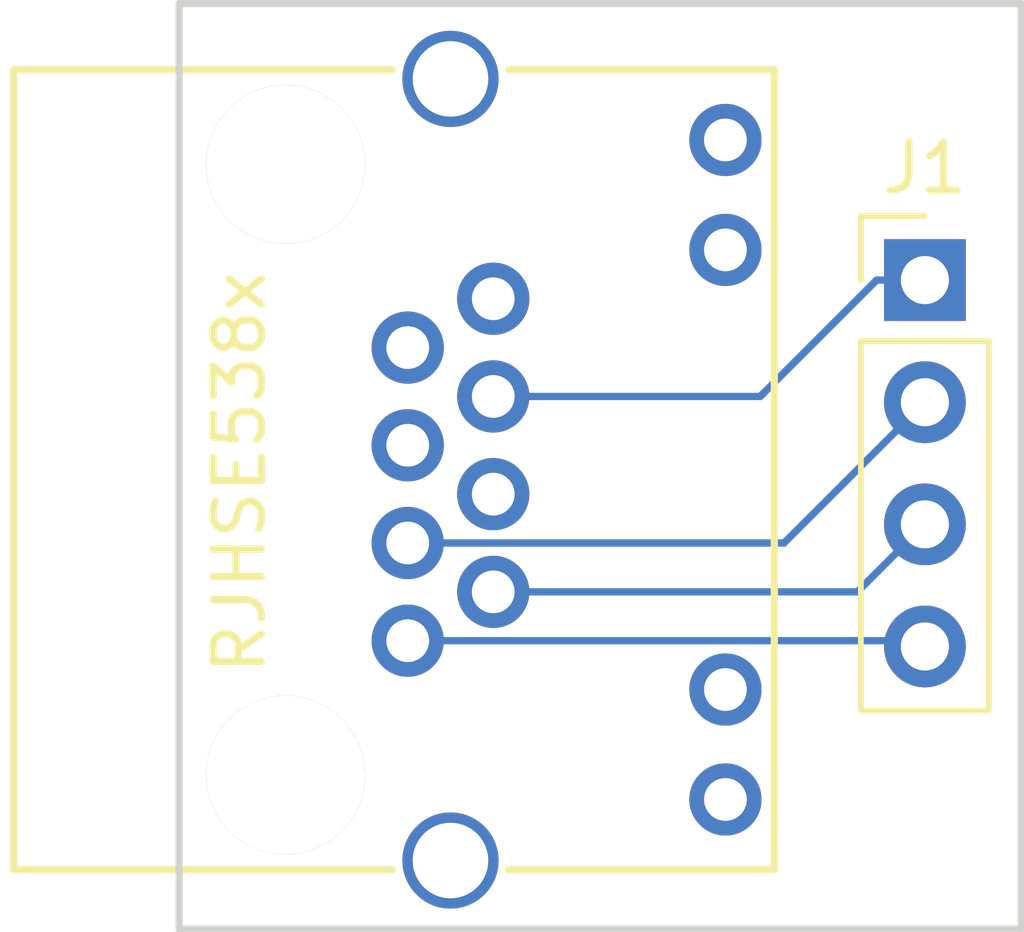
<source format=kicad_pcb>
(kicad_pcb (version 4) (host pcbnew 4.0.7)

  (general
    (links 4)
    (no_connects 0)
    (area 126.574999 98.124999 155.343958 117.275001)
    (thickness 1.6002)
    (drawings 4)
    (tracks 10)
    (zones 0)
    (modules 2)
    (nets 13)
  )

  (page A4)
  (layers
    (0 F.Cu signal)
    (31 B.Cu signal)
    (36 B.SilkS user)
    (37 F.SilkS user)
    (38 B.Mask user)
    (39 F.Mask user)
    (44 Edge.Cuts user)
    (45 Margin user)
    (46 B.CrtYd user)
    (47 F.CrtYd user)
  )

  (setup
    (last_trace_width 0.1524)
    (trace_clearance 0.1524)
    (zone_clearance 0.508)
    (zone_45_only no)
    (trace_min 0.1524)
    (segment_width 0.2)
    (edge_width 0.15)
    (via_size 0.6858)
    (via_drill 0.3302)
    (via_min_size 0.508)
    (via_min_drill 0.254)
    (uvia_size 0.6858)
    (uvia_drill 0.3302)
    (uvias_allowed no)
    (uvia_min_size 0)
    (uvia_min_drill 0)
    (pcb_text_width 0.3)
    (pcb_text_size 1.5 1.5)
    (mod_edge_width 0.15)
    (mod_text_size 1 1)
    (mod_text_width 0.15)
    (pad_size 1.524 1.524)
    (pad_drill 0.762)
    (pad_to_mask_clearance 0.0508)
    (aux_axis_origin 0 0)
    (visible_elements FFFFFF7F)
    (pcbplotparams
      (layerselection 0x00030_80000001)
      (usegerberextensions false)
      (excludeedgelayer true)
      (linewidth 0.100000)
      (plotframeref false)
      (viasonmask false)
      (mode 1)
      (useauxorigin false)
      (hpglpennumber 1)
      (hpglpenspeed 20)
      (hpglpendiameter 15)
      (hpglpenoverlay 2)
      (psnegative false)
      (psa4output false)
      (plotreference true)
      (plotvalue true)
      (plotinvisibletext false)
      (padsonsilk false)
      (subtractmaskfromsilk false)
      (outputformat 1)
      (mirror false)
      (drillshape 1)
      (scaleselection 1)
      (outputdirectory ""))
  )

  (net 0 "")
  (net 1 RX-)
  (net 2 RX+)
  (net 3 TX-)
  (net 4 TX+)
  (net 5 "Net-(J2-Pad9)")
  (net 6 "Net-(J2-Pad10)")
  (net 7 "Net-(J2-Pad11)")
  (net 8 "Net-(J2-Pad12)")
  (net 9 "Net-(J2-Pad8)")
  (net 10 "Net-(J2-Pad4)")
  (net 11 "Net-(J2-Pad5)")
  (net 12 "Net-(J2-Pad7)")

  (net_class Default "This is the default net class."
    (clearance 0.1524)
    (trace_width 0.1524)
    (via_dia 0.6858)
    (via_drill 0.3302)
    (uvia_dia 0.6858)
    (uvia_drill 0.3302)
    (add_net "Net-(J2-Pad10)")
    (add_net "Net-(J2-Pad11)")
    (add_net "Net-(J2-Pad12)")
    (add_net "Net-(J2-Pad4)")
    (add_net "Net-(J2-Pad5)")
    (add_net "Net-(J2-Pad7)")
    (add_net "Net-(J2-Pad8)")
    (add_net "Net-(J2-Pad9)")
    (add_net RX+)
    (add_net RX-)
    (add_net TX+)
    (add_net TX-)
  )

  (module Socket_Strips:Socket_Strip_Straight_1x04_Pitch2.54mm (layer F.Cu) (tedit 5B2DD42E) (tstamp 5B3B460B)
    (at 146 103.75)
    (descr "Through hole straight socket strip, 1x04, 2.54mm pitch, single row")
    (tags "Through hole socket strip THT 1x04 2.54mm single row")
    (path /5B2DCED9)
    (fp_text reference J1 (at 0 -2.33) (layer F.SilkS)
      (effects (font (size 1 1) (thickness 0.15)))
    )
    (fp_text value Conn_01x04_Male (at 2.2489 6.9964 90) (layer F.Fab)
      (effects (font (size 1 1) (thickness 0.15)))
    )
    (fp_line (start -1.27 -1.27) (end -1.27 8.89) (layer F.Fab) (width 0.1))
    (fp_line (start -1.27 8.89) (end 1.27 8.89) (layer F.Fab) (width 0.1))
    (fp_line (start 1.27 8.89) (end 1.27 -1.27) (layer F.Fab) (width 0.1))
    (fp_line (start 1.27 -1.27) (end -1.27 -1.27) (layer F.Fab) (width 0.1))
    (fp_line (start -1.33 1.27) (end -1.33 8.95) (layer F.SilkS) (width 0.12))
    (fp_line (start -1.33 8.95) (end 1.33 8.95) (layer F.SilkS) (width 0.12))
    (fp_line (start 1.33 8.95) (end 1.33 1.27) (layer F.SilkS) (width 0.12))
    (fp_line (start 1.33 1.27) (end -1.33 1.27) (layer F.SilkS) (width 0.12))
    (fp_line (start -1.33 0) (end -1.33 -1.33) (layer F.SilkS) (width 0.12))
    (fp_line (start -1.33 -1.33) (end 0 -1.33) (layer F.SilkS) (width 0.12))
    (fp_line (start -1.8 -1.8) (end -1.8 9.4) (layer F.CrtYd) (width 0.05))
    (fp_line (start -1.8 9.4) (end 1.8 9.4) (layer F.CrtYd) (width 0.05))
    (fp_line (start 1.8 9.4) (end 1.8 -1.8) (layer F.CrtYd) (width 0.05))
    (fp_line (start 1.8 -1.8) (end -1.8 -1.8) (layer F.CrtYd) (width 0.05))
    (fp_text user %R (at 0 -2.33) (layer F.Fab)
      (effects (font (size 1 1) (thickness 0.15)))
    )
    (pad 1 thru_hole rect (at 0 0) (size 1.7 1.7) (drill 1) (layers *.Cu *.Mask)
      (net 1 RX-))
    (pad 2 thru_hole oval (at 0 2.54) (size 1.7 1.7) (drill 1) (layers *.Cu *.Mask)
      (net 2 RX+))
    (pad 3 thru_hole oval (at 0 5.08) (size 1.7 1.7) (drill 1) (layers *.Cu *.Mask)
      (net 3 TX-))
    (pad 4 thru_hole oval (at 0 7.62) (size 1.7 1.7) (drill 1) (layers *.Cu *.Mask)
      (net 4 TX+))
    (model ${KISYS3DMOD}/Socket_Strips.3dshapes/Socket_Strip_Straight_1x04_Pitch2.54mm.wrl
      (at (xyz 0 -0.15 0))
      (scale (xyz 1 1 1))
      (rotate (xyz 0 0 270))
    )
  )

  (module Connect:RJHSE538X (layer F.Cu) (tedit 5B2DDA11) (tstamp 5B3B4629)
    (at 135.25 111.25 90)
    (descr "mod. jack, ethernet, 8P8C, RJ45 connector, 2 leds, shielded")
    (tags "RJHSE538X 8P8C RJ45 ethernet jack")
    (path /5B2DCE75)
    (fp_text reference RJHSE538x (at 3.5 -3.5 90) (layer F.SilkS)
      (effects (font (size 1 1) (thickness 0.15)))
    )
    (fp_text value RJ45_LEDS (at 3.937 9.2075 90) (layer F.Fab)
      (effects (font (size 1 1) (thickness 0.15)))
    )
    (fp_line (start -5.8 -8.45) (end -5.8 7.9) (layer F.CrtYd) (width 0.05))
    (fp_line (start -5.8 7.9) (end 12.9 7.9) (layer F.CrtYd) (width 0.05))
    (fp_line (start 12.9 7.9) (end 12.9 -8.45) (layer F.CrtYd) (width 0.05))
    (fp_line (start 12.9 -8.45) (end -5.8 -8.45) (layer F.CrtYd) (width 0.05))
    (fp_line (start 11.8745 7.62) (end 11.8745 2.0955) (layer F.SilkS) (width 0.15))
    (fp_line (start -4.7625 7.62) (end -4.7625 2.0955) (layer F.SilkS) (width 0.15))
    (fp_line (start 11.8745 -8.1915) (end -4.7625 -8.1915) (layer F.SilkS) (width 0.15))
    (fp_line (start 11.8745 -8.1915) (end 11.8745 -0.3175) (layer F.SilkS) (width 0.15))
    (fp_line (start -4.7625 -8.1915) (end -4.7625 -0.3175) (layer F.SilkS) (width 0.15))
    (fp_line (start 11.8745 7.62) (end -4.7625 7.62) (layer F.SilkS) (width 0.15))
    (pad "" thru_hole circle (at 11.684 0.889 90) (size 2 2) (drill 1.57) (layers *.Cu *.Mask))
    (pad 9 thru_hole circle (at -3.302 6.604 90) (size 1.50114 1.50114) (drill 0.889) (layers *.Cu *.Mask)
      (net 5 "Net-(J2-Pad9)"))
    (pad 10 thru_hole circle (at -1.016 6.604 90) (size 1.50114 1.50114) (drill 0.889) (layers *.Cu *.Mask)
      (net 6 "Net-(J2-Pad10)"))
    (pad 11 thru_hole circle (at 8.128 6.604 90) (size 1.50114 1.50114) (drill 0.889) (layers *.Cu *.Mask)
      (net 7 "Net-(J2-Pad11)"))
    (pad 12 thru_hole circle (at 10.414 6.604 90) (size 1.50114 1.50114) (drill 0.889) (layers *.Cu *.Mask)
      (net 8 "Net-(J2-Pad12)"))
    (pad 8 thru_hole circle (at 7.112 1.778 90) (size 1.50114 1.50114) (drill 0.889) (layers *.Cu *.Mask)
      (net 9 "Net-(J2-Pad8)"))
    (pad 6 thru_hole circle (at 5.08 1.778 90) (size 1.50114 1.50114) (drill 0.889) (layers *.Cu *.Mask)
      (net 1 RX-))
    (pad 4 thru_hole circle (at 3.048 1.778 90) (size 1.50114 1.50114) (drill 0.889) (layers *.Cu *.Mask)
      (net 10 "Net-(J2-Pad4)"))
    (pad 2 thru_hole circle (at 1.016 1.778 90) (size 1.50114 1.50114) (drill 0.889) (layers *.Cu *.Mask)
      (net 3 TX-))
    (pad 5 thru_hole circle (at 4.064 0 90) (size 1.50114 1.50114) (drill 0.889) (layers *.Cu *.Mask)
      (net 11 "Net-(J2-Pad5)"))
    (pad 3 thru_hole circle (at 2.032 0 90) (size 1.50114 1.50114) (drill 0.889) (layers *.Cu *.Mask)
      (net 2 RX+))
    (pad 7 thru_hole circle (at 6.096 0 90) (size 1.50114 1.50114) (drill 0.889) (layers *.Cu *.Mask)
      (net 12 "Net-(J2-Pad7)"))
    (pad 1 thru_hole circle (at 0 0 90) (size 1.50114 1.50114) (drill 0.889) (layers *.Cu *.Mask)
      (net 4 TX+))
    (pad "" thru_hole circle (at -2.794 -2.54 90) (size 3.3 3.3) (drill 3.3) (layers *.Cu *.Mask F.SilkS))
    (pad "" thru_hole circle (at 9.906 -2.54 90) (size 3.3 3.3) (drill 3.3) (layers *.Cu *.Mask F.SilkS))
    (pad "" thru_hole circle (at -4.572 0.889 90) (size 2 2) (drill 1.57) (layers *.Cu *.Mask))
    (model Connect.3dshapes/RJHSE538X.wrl
      (at (xyz 0.138 0.06 0.125))
      (scale (xyz 0.4 0.4 0.4))
      (rotate (xyz -90 0 180))
    )
  )

  (gr_line (start 148 117.25) (end 130.5 117.25) (layer Edge.Cuts) (width 0.15))
  (gr_line (start 130.5 117.25) (end 130.5 98) (layer Edge.Cuts) (width 0.15))
  (gr_line (start 148 98) (end 148 117.25) (layer Edge.Cuts) (width 0.15))
  (gr_line (start 130.5 98) (end 148 98) (layer Edge.Cuts) (width 0.15))

  (segment (start 146 103.75) (end 144.9976 103.75) (width 0.1524) (layer B.Cu) (net 1))
  (segment (start 144.9976 103.75) (end 142.5776 106.17) (width 0.1524) (layer B.Cu) (net 1))
  (segment (start 142.5776 106.17) (end 138.089466 106.17) (width 0.1524) (layer B.Cu) (net 1))
  (segment (start 138.089466 106.17) (end 137.028 106.17) (width 0.1524) (layer B.Cu) (net 1))
  (segment (start 135.25 109.218) (end 143.072 109.218) (width 0.1524) (layer B.Cu) (net 2))
  (segment (start 143.072 109.218) (end 146 106.29) (width 0.1524) (layer B.Cu) (net 2))
  (segment (start 137.028 110.234) (end 144.596 110.234) (width 0.1524) (layer B.Cu) (net 3))
  (segment (start 144.596 110.234) (end 146 108.83) (width 0.1524) (layer B.Cu) (net 3))
  (segment (start 135.25 111.25) (end 145.88 111.25) (width 0.1524) (layer B.Cu) (net 4))
  (segment (start 145.88 111.25) (end 146 111.37) (width 0.1524) (layer B.Cu) (net 4))

)

</source>
